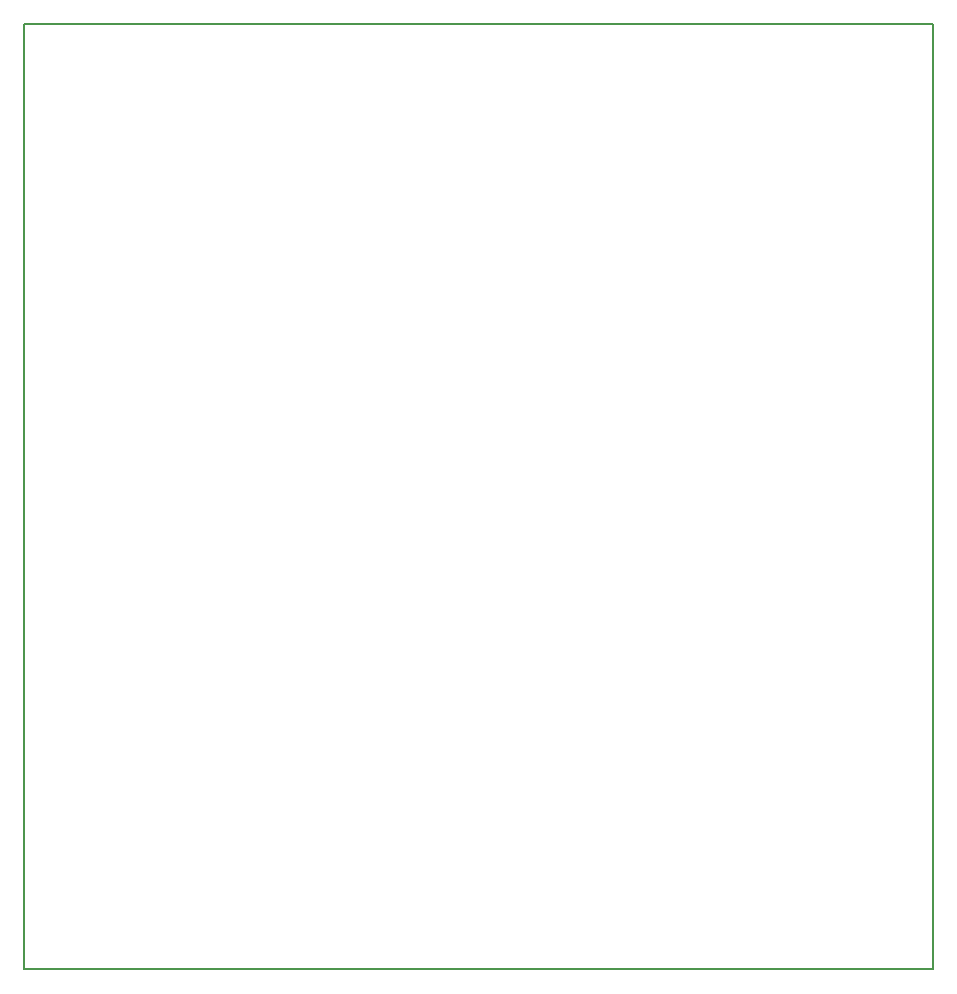
<source format=gbr>
%TF.GenerationSoftware,KiCad,Pcbnew,(6.0.7)*%
%TF.CreationDate,2023-04-25T18:20:49-06:00*%
%TF.ProjectId,byte_blaster_II,62797465-5f62-46c6-9173-7465725f4949,rev?*%
%TF.SameCoordinates,Original*%
%TF.FileFunction,Profile,NP*%
%FSLAX46Y46*%
G04 Gerber Fmt 4.6, Leading zero omitted, Abs format (unit mm)*
G04 Created by KiCad (PCBNEW (6.0.7)) date 2023-04-25 18:20:49*
%MOMM*%
%LPD*%
G01*
G04 APERTURE LIST*
%TA.AperFunction,Profile*%
%ADD10C,0.200000*%
%TD*%
G04 APERTURE END LIST*
D10*
X37000000Y-80000000D02*
X114000000Y-80000000D01*
X114000000Y-80000000D02*
X114000000Y-160000000D01*
X114000000Y-160000000D02*
X37000000Y-160000000D01*
X37000000Y-160000000D02*
X37000000Y-80000000D01*
M02*

</source>
